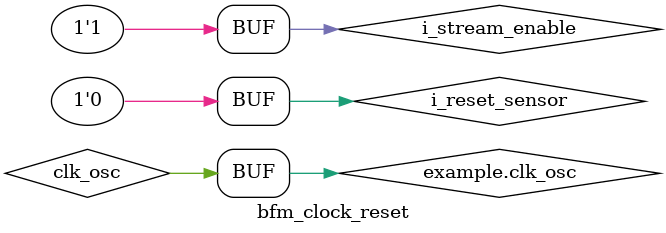
<source format=v>
`timescale 1ns/1ps
`define		TESTCASE	example
module bfm_clock_reset ();

	//	ref signals
	//	-------------------------------------------------------------------------------------
	//	¹Ì¶¨²ÎÊý
	//	-------------------------------------------------------------------------------------
	parameter		DDR3_MEMCLK_FREQ	= `TESTCASE.DDR3_MEMCLK_FREQ	;	//Memory data transfer clock frequency DDR3-640:3125 DDR3-660:3030 DDR3-720:2778 DDR3-800:2500

	//	-------------------------------------------------------------------------------------
	//	ÒýÓÃ
	//	-------------------------------------------------------------------------------------
	wire		clk_osc	;

	//	-------------------------------------------------------------------------------------
	//	±äÁ¿
	//	-------------------------------------------------------------------------------------
	reg		i_reset_sensor	= 1'b0;
	reg		i_stream_enable	= 1'b1;

	//	ref ARCHITECTURE
	//  ===============================================================================================
	//	ref ***ÒýÓÃ***
	//  ===============================================================================================
	assign	clk_osc		= `TESTCASE.clk_osc	;

	//  ===============================================================================================
	//	ref ***task***
	//  ===============================================================================================
	


endmodule

</source>
